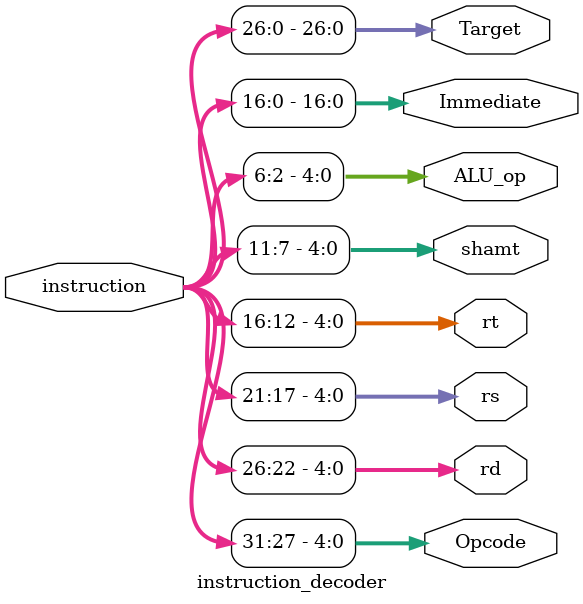
<source format=v>
module instruction_decoder (instruction, Opcode, ALU_op, rd, rs, rt, shamt, Immediate, Target);

   //Inputs
   input[31:0] instruction;

   //Output
   output [4:0] Opcode, rd, rs, rt, shamt, ALU_op;
   output [16:0] Immediate;
   output [26:0] Target;

   assign Opcode = instruction[31:27];
   assign rd = instruction[26:22];
   assign rs = instruction[21:17];
   assign rt = instruction[16:12];
   assign shamt = instruction[11:7];
   assign ALU_op = instruction[6:2];

   assign Immediate = instruction[16:0];
   assign Target = instruction[26:0];


endmodule

</source>
